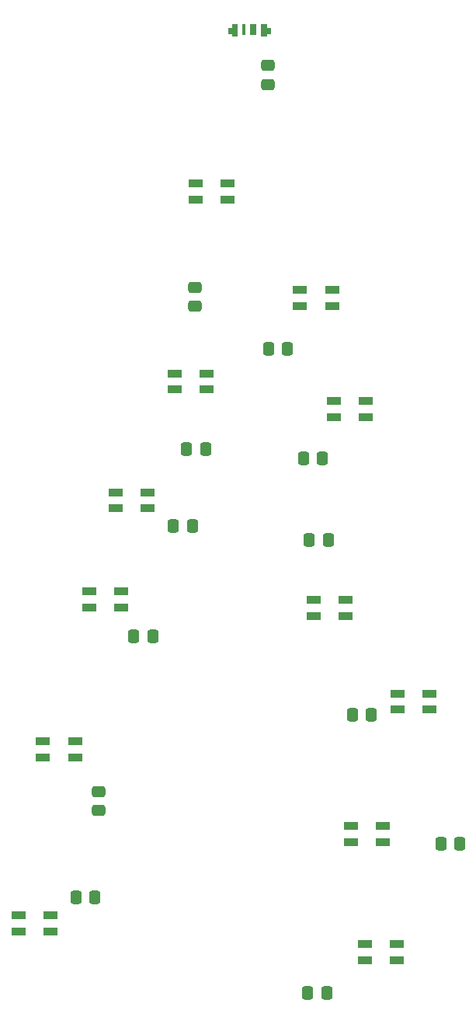
<source format=gtp>
G04 #@! TF.GenerationSoftware,KiCad,Pcbnew,8.0.5*
G04 #@! TF.CreationDate,2024-11-10T22:25:45+01:00*
G04 #@! TF.ProjectId,SL_Christmas_Tree_A,534c5f43-6872-4697-9374-6d61735f5472,2.2*
G04 #@! TF.SameCoordinates,Original*
G04 #@! TF.FileFunction,Paste,Top*
G04 #@! TF.FilePolarity,Positive*
%FSLAX46Y46*%
G04 Gerber Fmt 4.6, Leading zero omitted, Abs format (unit mm)*
G04 Created by KiCad (PCBNEW 8.0.5) date 2024-11-10 22:25:45*
%MOMM*%
%LPD*%
G01*
G04 APERTURE LIST*
G04 Aperture macros list*
%AMRoundRect*
0 Rectangle with rounded corners*
0 $1 Rounding radius*
0 $2 $3 $4 $5 $6 $7 $8 $9 X,Y pos of 4 corners*
0 Add a 4 corners polygon primitive as box body*
4,1,4,$2,$3,$4,$5,$6,$7,$8,$9,$2,$3,0*
0 Add four circle primitives for the rounded corners*
1,1,$1+$1,$2,$3*
1,1,$1+$1,$4,$5*
1,1,$1+$1,$6,$7*
1,1,$1+$1,$8,$9*
0 Add four rect primitives between the rounded corners*
20,1,$1+$1,$2,$3,$4,$5,0*
20,1,$1+$1,$4,$5,$6,$7,0*
20,1,$1+$1,$6,$7,$8,$9,0*
20,1,$1+$1,$8,$9,$2,$3,0*%
G04 Aperture macros list end*
%ADD10C,0.010000*%
%ADD11RoundRect,0.250000X-0.337500X-0.475000X0.337500X-0.475000X0.337500X0.475000X-0.337500X0.475000X0*%
%ADD12RoundRect,0.250000X0.337500X0.475000X-0.337500X0.475000X-0.337500X-0.475000X0.337500X-0.475000X0*%
%ADD13R,1.600000X0.850000*%
%ADD14R,0.700000X1.200000*%
%ADD15R,0.450000X1.200000*%
%ADD16RoundRect,0.250000X-0.475000X0.337500X-0.475000X-0.337500X0.475000X-0.337500X0.475000X0.337500X0*%
%ADD17RoundRect,0.250000X0.475000X-0.337500X0.475000X0.337500X-0.475000X0.337500X-0.475000X-0.337500X0*%
G04 APERTURE END LIST*
D10*
X98525000Y-50000000D02*
X97975000Y-50000000D01*
X97975000Y-49750000D01*
X97525000Y-49750000D01*
X97525000Y-49200000D01*
X97975000Y-49200000D01*
X97975000Y-48800000D01*
X98525000Y-48800000D01*
X98525000Y-50000000D01*
G36*
X98525000Y-50000000D02*
G01*
X97975000Y-50000000D01*
X97975000Y-49750000D01*
X97525000Y-49750000D01*
X97525000Y-49200000D01*
X97975000Y-49200000D01*
X97975000Y-48800000D01*
X98525000Y-48800000D01*
X98525000Y-50000000D01*
G37*
X101675000Y-49200000D02*
X102125000Y-49200000D01*
X102125000Y-49750000D01*
X101675000Y-49750000D01*
X101675000Y-50000000D01*
X101125000Y-50000000D01*
X101125000Y-48800000D01*
X101675000Y-48800000D01*
X101675000Y-49200000D01*
G36*
X101675000Y-49200000D02*
G01*
X102125000Y-49200000D01*
X102125000Y-49750000D01*
X101675000Y-49750000D01*
X101675000Y-50000000D01*
X101125000Y-50000000D01*
X101125000Y-48800000D01*
X101675000Y-48800000D01*
X101675000Y-49200000D01*
G37*
D11*
X80937500Y-143950000D03*
X83012500Y-143950000D03*
X111087500Y-124050000D03*
X113162500Y-124050000D03*
D12*
X89312500Y-115500000D03*
X87237500Y-115500000D03*
D13*
X82400000Y-110600000D03*
X82400000Y-112350000D03*
X85900000Y-112350000D03*
X85900000Y-110600000D03*
X110375000Y-113250000D03*
X110375000Y-111500000D03*
X106875000Y-111500000D03*
X106875000Y-113250000D03*
X114400000Y-137900000D03*
X114400000Y-136150000D03*
X110900000Y-136150000D03*
X110900000Y-137900000D03*
X74700000Y-145875000D03*
X74700000Y-147625000D03*
X78200000Y-147625000D03*
X78200000Y-145875000D03*
D14*
X100275000Y-49400000D03*
D15*
X99250000Y-49400000D03*
D13*
X85250000Y-99800000D03*
X85250000Y-101550000D03*
X88750000Y-101550000D03*
X88750000Y-99800000D03*
D16*
X101875000Y-53287500D03*
X101875000Y-55362500D03*
X83400000Y-132412500D03*
X83400000Y-134487500D03*
D13*
X93975000Y-66125000D03*
X93975000Y-67875000D03*
X97475000Y-67875000D03*
X97475000Y-66125000D03*
D12*
X108275000Y-154350000D03*
X106200000Y-154350000D03*
X93637500Y-103450000D03*
X91562500Y-103450000D03*
D13*
X112550000Y-91575000D03*
X112550000Y-89825000D03*
X109050000Y-89825000D03*
X109050000Y-91575000D03*
D17*
X93900000Y-79512500D03*
X93900000Y-77437500D03*
D13*
X77350000Y-126900000D03*
X77350000Y-128650000D03*
X80850000Y-128650000D03*
X80850000Y-126900000D03*
D12*
X95062500Y-95075000D03*
X92987500Y-95075000D03*
D13*
X108875000Y-79475000D03*
X108875000Y-77725000D03*
X105375000Y-77725000D03*
X105375000Y-79475000D03*
X91700000Y-86825000D03*
X91700000Y-88575000D03*
X95200000Y-88575000D03*
X95200000Y-86825000D03*
D12*
X107837500Y-96075000D03*
X105762500Y-96075000D03*
X122787500Y-138125000D03*
X120712500Y-138125000D03*
D13*
X115925000Y-150750000D03*
X115925000Y-149000000D03*
X112425000Y-149000000D03*
X112425000Y-150750000D03*
X119525000Y-123475000D03*
X119525000Y-121725000D03*
X116025000Y-121725000D03*
X116025000Y-123475000D03*
D12*
X104012500Y-84175000D03*
X101937500Y-84175000D03*
X108437500Y-104950000D03*
X106362500Y-104950000D03*
M02*

</source>
